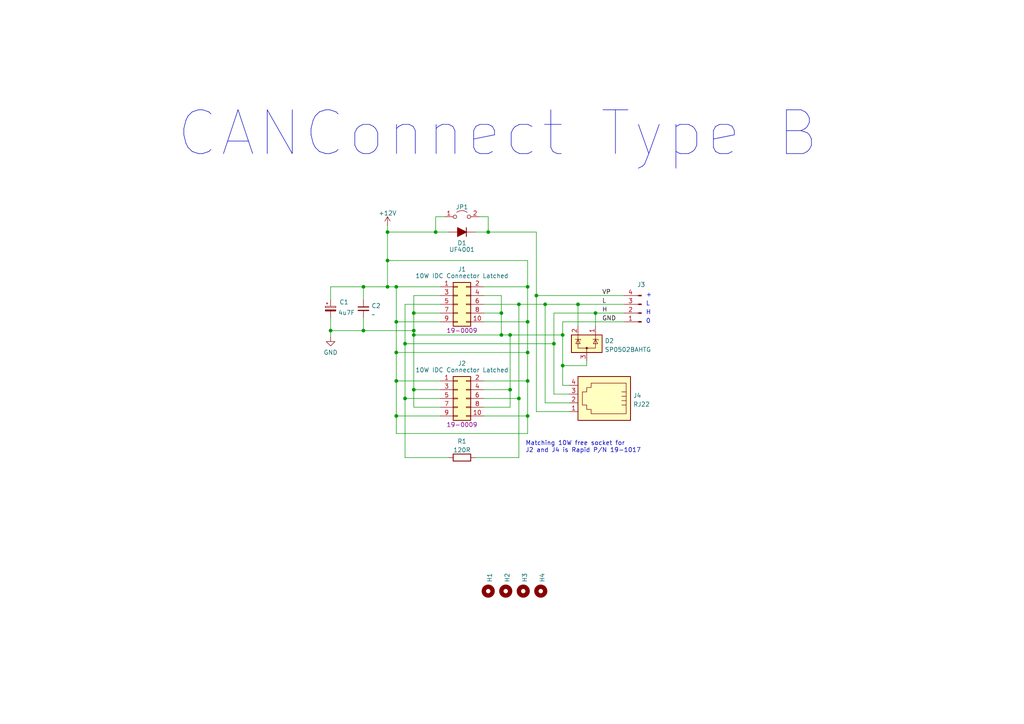
<source format=kicad_sch>
(kicad_sch (version 20211123) (generator eeschema)
  (paper "A4")
  (title_block (date "2022-07-24") (rev "A") (comment 1 "1004"))
  (lib_symbols
    (symbol "Connector:Conn_01x04_Male" (pin_names (offset 1.016) hide)
      (property "Reference" "J" (at 0 5.08 0))
      (property "Value" "Conn_01x04_Male" (at 0 -7.62 0))
      (symbol "Conn_01x04_Male_1_1"
        (polyline (pts (xy 1.27 -5.08) (xy 0.8636 -5.08)) (stroke (width 0.1524)))
        (polyline (pts (xy 1.27 -2.54) (xy 0.8636 -2.54)) (stroke (width 0.1524)))
        (polyline (pts (xy 1.27 0) (xy 0.8636 0)) (stroke (width 0.1524)))
        (polyline (pts (xy 1.27 2.54) (xy 0.8636 2.54)) (stroke (width 0.1524)))
        (rectangle (start 0.8636 -4.953) (end 0 -5.207) (stroke (width 0.1524)) (fill (type outline)))
        (rectangle (start 0.8636 -2.413) (end 0 -2.667) (stroke (width 0.1524)) (fill (type outline)))
        (rectangle (start 0.8636 0.127) (end 0 -0.127) (stroke (width 0.1524)) (fill (type outline)))
        (rectangle (start 0.8636 2.667) (end 0 2.413) (stroke (width 0.1524)) (fill (type outline)))
        (pin passive line (at 5.08 2.54 180) (length 3.81) (name "Pin_1") (number "1"))
        (pin passive line (at 5.08 0 180) (length 3.81) (name "Pin_2") (number "2"))
        (pin passive line (at 5.08 -2.54 180) (length 3.81) (name "Pin_3") (number "3"))
        (pin passive line (at 5.08 -5.08 180) (length 3.81) (name "Pin_4") (number "4"))
      )
    )
    (symbol "Connector:RJ22" (pin_names (offset 1.016))
      (property "Reference" "J" (at -5.08 8.89 0))
      (property "Value" "RJ22" (at 2.54 8.89 0))
      (symbol "RJ22_0_1"
        (polyline (pts (xy -6.35 -0.635) (xy -5.08 -0.635) (xy -5.08 -0.635)))
        (polyline (pts (xy -6.35 0.635) (xy -5.08 0.635) (xy -5.08 0.635)))
        (polyline (pts (xy -6.35 1.905) (xy -5.08 1.905) (xy -5.08 1.905)))
        (polyline (pts (xy -6.35 3.175) (xy -5.08 3.175) (xy -5.08 3.175)))
        (polyline (pts (xy -6.35 -3.175) (xy -6.35 5.715) (xy -1.27 5.715) (xy 3.81 5.715) (xy 3.81 4.445) (xy 5.08 4.445) (xy 5.08 3.175) (xy 6.35 3.175) (xy 6.35 -0.635) (xy 5.08 -0.635) (xy 5.08 -1.905) (xy 3.81 -1.905) (xy 3.81 -3.175) (xy -6.35 -3.175) (xy -6.35 -3.175)))
        (rectangle (start 7.62 7.62) (end -7.62 -5.08) (stroke (width 0.254)) (fill (type background)))
      )
      (symbol "RJ22_1_1"
        (pin passive line (at 10.16 -2.54 180) (length 2.54) (name "~") (number "1"))
        (pin passive line (at 10.16 0 180) (length 2.54) (name "~") (number "2"))
        (pin passive line (at 10.16 2.54 180) (length 2.54) (name "~") (number "3"))
        (pin passive line (at 10.16 5.08 180) (length 2.54) (name "~") (number "4"))
      )
    )
    (symbol "Connector_Generic:Conn_02x05_Odd_Even" (pin_names (offset 1.016) hide)
      (property "Reference" "J" (at 1.27 7.62 0))
      (property "Value" "Conn_02x05_Odd_Even" (at 1.27 -7.62 0))
      (symbol "Conn_02x05_Odd_Even_1_1"
        (rectangle (start -1.27 -4.953) (end 0 -5.207) (stroke (width 0.1524)))
        (rectangle (start -1.27 -2.413) (end 0 -2.667) (stroke (width 0.1524)))
        (rectangle (start -1.27 0.127) (end 0 -0.127) (stroke (width 0.1524)))
        (rectangle (start -1.27 2.667) (end 0 2.413) (stroke (width 0.1524)))
        (rectangle (start -1.27 5.207) (end 0 4.953) (stroke (width 0.1524)))
        (rectangle (start -1.27 6.35) (end 3.81 -6.35) (stroke (width 0.254)) (fill (type background)))
        (rectangle (start 3.81 -4.953) (end 2.54 -5.207) (stroke (width 0.1524)))
        (rectangle (start 3.81 -2.413) (end 2.54 -2.667) (stroke (width 0.1524)))
        (rectangle (start 3.81 0.127) (end 2.54 -0.127) (stroke (width 0.1524)))
        (rectangle (start 3.81 2.667) (end 2.54 2.413) (stroke (width 0.1524)))
        (rectangle (start 3.81 5.207) (end 2.54 4.953) (stroke (width 0.1524)))
        (pin passive line (at -5.08 5.08 0) (length 3.81) (name "Pin_1") (number "1"))
        (pin passive line (at 7.62 -5.08 180) (length 3.81) (name "Pin_10") (number "10"))
        (pin passive line (at 7.62 5.08 180) (length 3.81) (name "Pin_2") (number "2"))
        (pin passive line (at -5.08 2.54 0) (length 3.81) (name "Pin_3") (number "3"))
        (pin passive line (at 7.62 2.54 180) (length 3.81) (name "Pin_4") (number "4"))
        (pin passive line (at -5.08 0 0) (length 3.81) (name "Pin_5") (number "5"))
        (pin passive line (at 7.62 0 180) (length 3.81) (name "Pin_6") (number "6"))
        (pin passive line (at -5.08 -2.54 0) (length 3.81) (name "Pin_7") (number "7"))
        (pin passive line (at 7.62 -2.54 180) (length 3.81) (name "Pin_8") (number "8"))
        (pin passive line (at -5.08 -5.08 0) (length 3.81) (name "Pin_9") (number "9"))
      )
    )
    (symbol "Device:C_Polarized_Small" (pin_numbers hide) (pin_names (offset 0.254) hide)
      (property "Reference" "C" (at 0.254 1.778 0))
      (property "Value" "C_Polarized_Small" (at 0.254 -2.032 0))
      (symbol "C_Polarized_Small_0_1"
        (rectangle (start -1.524 -0.3048) (end 1.524 -0.6858) (fill (type outline)))
        (rectangle (start -1.524 0.6858) (end 1.524 0.3048))
        (polyline (pts (xy -1.27 1.524) (xy -0.762 1.524)))
        (polyline (pts (xy -1.016 1.27) (xy -1.016 1.778)))
      )
      (symbol "C_Polarized_Small_1_1"
        (pin passive line (at 0 2.54 270) (length 1.8542) (name "~") (number "1"))
        (pin passive line (at 0 -2.54 90) (length 1.8542) (name "~") (number "2"))
      )
    )
    (symbol "Device:C_Small" (pin_numbers hide) (pin_names (offset 0.254) hide)
      (property "Reference" "C" (at 0.254 1.778 0))
      (property "Value" "C_Small" (at 0.254 -2.032 0))
      (symbol "C_Small_0_1"
        (polyline (pts (xy -1.524 -0.508) (xy 1.524 -0.508)) (stroke (width 0.3302)))
        (polyline (pts (xy -1.524 0.508) (xy 1.524 0.508)) (stroke (width 0.3048)))
      )
      (symbol "C_Small_1_1"
        (pin passive line (at 0 2.54 270) (length 2.032) (name "~") (number "1"))
        (pin passive line (at 0 -2.54 90) (length 2.032) (name "~") (number "2"))
      )
    )
    (symbol "Device:D_Filled" (pin_numbers hide) (pin_names (offset 1.016) hide)
      (property "Reference" "D" (at 0 2.54 0))
      (property "Value" "D_Filled" (at 0 -2.54 0))
      (symbol "D_Filled_0_1"
        (polyline (pts (xy -1.27 1.27) (xy -1.27 -1.27)) (stroke (width 0.254)))
        (polyline (pts (xy 1.27 0) (xy -1.27 0)))
        (polyline (pts (xy 1.27 1.27) (xy 1.27 -1.27) (xy -1.27 0) (xy 1.27 1.27)) (stroke (width 0.254)) (fill (type outline)))
      )
      (symbol "D_Filled_1_1"
        (pin passive line (at -3.81 0 0) (length 2.54) (name "K") (number "1"))
        (pin passive line (at 3.81 0 180) (length 2.54) (name "A") (number "2"))
      )
    )
    (symbol "Device:R" (pin_numbers hide) (pin_names (offset 0))
      (property "Reference" "R" (at 2.032 0 90))
      (property "Value" "R" (at 0 0 90))
      (symbol "R_0_1"
        (rectangle (start -1.016 -2.54) (end 1.016 2.54) (stroke (width 0.254)))
      )
      (symbol "R_1_1"
        (pin passive line (at 0 3.81 270) (length 1.27) (name "~") (number "1"))
        (pin passive line (at 0 -3.81 90) (length 1.27) (name "~") (number "2"))
      )
    )
    (symbol "Jumper:Jumper_2_Open" (pin_names (offset 0) hide)
      (property "Reference" "JP" (at 0 2.794 0))
      (property "Value" "Jumper_2_Open" (at 0 -2.286 0))
      (symbol "Jumper_2_Open_0_0"
        (circle (center -2.032 0) (radius 0.508))
        (circle (center 2.032 0) (radius 0.508))
      )
      (symbol "Jumper_2_Open_0_1"
        (arc (start 1.524 1.27) (mid 0 1.778) (end -1.524 1.27))
      )
      (symbol "Jumper_2_Open_1_1"
        (pin passive line (at -5.08 0 0) (length 2.54) (name "A") (number "1"))
        (pin passive line (at 5.08 0 180) (length 2.54) (name "B") (number "2"))
      )
    )
    (symbol "Mechanical:MountingHole" (pin_names (offset 1.016))
      (property "Reference" "H" (at 0 5.08 0))
      (property "Value" "MountingHole" (at 0 3.175 0))
      (symbol "MountingHole_0_1"
        (circle (center 0 0) (radius 1.27) (stroke (width 1.27)))
      )
    )
    (symbol "Power_Protection:SP0502BAHT" (pin_names hide)
      (property "Reference" "D" (at 5.715 2.54 0))
      (property "Value" "SP0502BAHT" (at 5.715 0.635 0))
      (symbol "SP0502BAHT_0_0"
        (pin passive line (at 0 -5.08 90) (length 2.54) (name "A") (number "3"))
      )
      (symbol "SP0502BAHT_0_1"
        (rectangle (start -4.445 2.54) (end 4.445 -2.54) (stroke (width 0.254)) (fill (type background)))
        (circle (center 0 -1.27) (radius 0.254) (fill (type outline)))
        (polyline (pts (xy -2.54 2.54) (xy -2.54 1.27)))
        (polyline (pts (xy 0 -1.27) (xy 0 -2.54)))
        (polyline (pts (xy 2.54 2.54) (xy 2.54 1.27)))
        (polyline (pts (xy -3.302 1.016) (xy -3.302 1.27) (xy -1.905 1.27) (xy -1.778 1.27)))
        (polyline (pts (xy -2.54 1.27) (xy -2.54 -1.27) (xy 2.54 -1.27) (xy 2.54 1.27)))
        (polyline (pts (xy -2.54 1.27) (xy -1.905 0) (xy -3.175 0) (xy -2.54 1.27)))
        (polyline (pts (xy 1.778 1.016) (xy 1.778 1.27) (xy 3.175 1.27) (xy 3.302 1.27)))
        (polyline (pts (xy 2.54 1.27) (xy 1.905 0) (xy 3.175 0) (xy 2.54 1.27)))
      )
      (symbol "SP0502BAHT_1_1"
        (pin passive line (at -2.54 5.08 270) (length 2.54) (name "K") (number "1"))
        (pin passive line (at 2.54 5.08 270) (length 2.54) (name "K") (number "2"))
      )
    )
    (symbol "power:+12V" (power) (pin_names (offset 0))
      (property "Value" "+12V" (at 0 3.556 0))
      (symbol "+12V_0_1"
        (polyline (pts (xy -0.762 1.27) (xy 0 2.54)))
        (polyline (pts (xy 0 0) (xy 0 2.54)))
        (polyline (pts (xy 0 2.54) (xy 0.762 1.27)))
      )
      (symbol "+12V_1_1"
        (pin power_in line (at 0 0 90) (length 0) hide (name "+12V") (number "1"))
      )
    )
    (symbol "power:GND" (power) (pin_names (offset 0))
      (property "Value" "GND" (at 0 -3.81 0))
      (symbol "GND_0_1"
        (polyline (pts (xy 0 0) (xy 0 -1.27) (xy 1.27 -1.27) (xy 0 -2.54) (xy -1.27 -1.27) (xy 0 -1.27)))
      )
      (symbol "GND_1_1"
        (pin power_in line (at 0 0 270) (length 0) hide (name "GND") (number "1"))
      )
    )
  )
  (junction (at 163.195 97.155))
  (junction (at 145.415 97.155))
  (junction (at 153.035 83.185))
  (junction (at 114.935 83.185))
  (junction (at 145.415 90.805))
  (junction (at 95.885 95.885))
  (junction (at 150.495 115.57))
  (junction (at 120.015 90.805))
  (junction (at 147.955 97.155))
  (junction (at 112.395 67.31))
  (junction (at 141.605 67.31))
  (junction (at 114.935 110.49))
  (junction (at 153.035 110.49))
  (junction (at 153.035 93.345))
  (junction (at 150.495 88.265))
  (junction (at 114.935 93.345))
  (junction (at 114.935 120.65))
  (junction (at 147.955 113.03))
  (junction (at 117.475 99.695))
  (junction (at 105.41 83.185))
  (junction (at 120.015 95.885))
  (junction (at 167.64 88.265))
  (junction (at 114.935 102.235))
  (junction (at 117.475 115.57))
  (junction (at 153.035 120.65))
  (junction (at 155.575 85.725))
  (junction (at 158.115 88.265))
  (junction (at 126.365 67.31))
  (junction (at 105.41 95.885))
  (junction (at 160.655 99.695))
  (junction (at 120.015 113.03))
  (junction (at 153.035 102.235))
  (junction (at 112.395 75.565))
  (junction (at 172.72 90.805))
  (junction (at 120.015 97.155))
  (junction (at 163.195 106.045))
  (junction (at 112.395 83.185))
  (wire (pts (xy 120.015 118.11) (xy 127.635 118.11)))
  (wire (pts (xy 163.195 111.76) (xy 163.195 106.045)))
  (wire (pts (xy 140.335 115.57) (xy 150.495 115.57)))
  (wire (pts (xy 153.035 120.65) (xy 153.035 125.73)))
  (wire (pts (xy 172.72 90.805) (xy 172.72 94.615)))
  (wire (pts (xy 117.475 115.57) (xy 117.475 132.715)))
  (wire (pts (xy 140.335 120.65) (xy 153.035 120.65)))
  (wire (pts (xy 165.1 116.84) (xy 158.115 116.84)))
  (wire (pts (xy 141.605 67.31) (xy 155.575 67.31)))
  (wire (pts (xy 126.365 62.865) (xy 126.365 67.31)))
  (wire (pts (xy 112.395 65.405) (xy 112.395 67.31)))
  (wire (pts (xy 167.64 88.265) (xy 167.64 94.615)))
  (wire (pts (xy 117.475 99.695) (xy 117.475 115.57)))
  (wire (pts (xy 140.335 113.03) (xy 147.955 113.03)))
  (wire (pts (xy 172.72 90.805) (xy 180.975 90.805)))
  (wire (pts (xy 140.335 93.345) (xy 153.035 93.345)))
  (wire (pts (xy 147.955 97.155) (xy 147.955 113.03)))
  (wire (pts (xy 114.935 83.185) (xy 114.935 93.345)))
  (wire (pts (xy 145.415 90.805) (xy 145.415 97.155)))
  (wire (pts (xy 150.495 88.265) (xy 150.495 115.57)))
  (wire (pts (xy 150.495 88.265) (xy 158.115 88.265)))
  (wire (pts (xy 105.41 92.075) (xy 105.41 95.885)))
  (wire (pts (xy 128.905 62.865) (xy 126.365 62.865)))
  (wire (pts (xy 120.015 113.03) (xy 127.635 113.03)))
  (wire (pts (xy 95.885 83.185) (xy 95.885 86.995)))
  (wire (pts (xy 155.575 119.38) (xy 155.575 85.725)))
  (wire (pts (xy 117.475 88.265) (xy 127.635 88.265)))
  (wire (pts (xy 114.935 93.345) (xy 127.635 93.345)))
  (wire (pts (xy 163.195 111.76) (xy 165.1 111.76)))
  (wire (pts (xy 153.035 93.345) (xy 153.035 83.185)))
  (wire (pts (xy 140.335 83.185) (xy 153.035 83.185)))
  (wire (pts (xy 160.655 90.805) (xy 172.72 90.805)))
  (wire (pts (xy 165.1 114.3) (xy 160.655 114.3)))
  (wire (pts (xy 117.475 132.715) (xy 130.175 132.715)))
  (wire (pts (xy 114.935 110.49) (xy 127.635 110.49)))
  (wire (pts (xy 170.18 104.775) (xy 170.18 106.045)))
  (wire (pts (xy 141.605 62.865) (xy 141.605 67.31)))
  (wire (pts (xy 112.395 67.31) (xy 126.365 67.31)))
  (wire (pts (xy 105.41 95.885) (xy 120.015 95.885)))
  (wire (pts (xy 158.115 116.84) (xy 158.115 88.265)))
  (wire (pts (xy 140.335 88.265) (xy 150.495 88.265)))
  (wire (pts (xy 140.335 90.805) (xy 145.415 90.805)))
  (wire (pts (xy 112.395 83.185) (xy 114.935 83.185)))
  (wire (pts (xy 180.975 93.345) (xy 163.195 93.345)))
  (wire (pts (xy 140.335 110.49) (xy 153.035 110.49)))
  (wire (pts (xy 95.885 95.885) (xy 105.41 95.885)))
  (wire (pts (xy 120.015 95.885) (xy 120.015 97.155)))
  (wire (pts (xy 120.015 90.805) (xy 127.635 90.805)))
  (wire (pts (xy 153.035 102.235) (xy 153.035 110.49)))
  (wire (pts (xy 163.195 106.045) (xy 170.18 106.045)))
  (wire (pts (xy 160.655 99.695) (xy 160.655 90.805)))
  (wire (pts (xy 150.495 115.57) (xy 150.495 132.715)))
  (wire (pts (xy 117.475 88.265) (xy 117.475 99.695)))
  (wire (pts (xy 153.035 83.185) (xy 153.035 75.565)))
  (wire (pts (xy 165.1 119.38) (xy 155.575 119.38)))
  (wire (pts (xy 114.935 120.65) (xy 114.935 125.73)))
  (wire (pts (xy 155.575 85.725) (xy 180.975 85.725)))
  (wire (pts (xy 145.415 97.155) (xy 147.955 97.155)))
  (wire (pts (xy 163.195 93.345) (xy 163.195 97.155)))
  (wire (pts (xy 114.935 110.49) (xy 114.935 120.65)))
  (wire (pts (xy 112.395 75.565) (xy 112.395 83.185)))
  (wire (pts (xy 127.635 115.57) (xy 117.475 115.57)))
  (wire (pts (xy 147.955 97.155) (xy 163.195 97.155)))
  (wire (pts (xy 163.195 97.155) (xy 163.195 106.045)))
  (wire (pts (xy 105.41 83.185) (xy 112.395 83.185)))
  (wire (pts (xy 120.015 90.805) (xy 120.015 95.885)))
  (wire (pts (xy 114.935 93.345) (xy 114.935 102.235)))
  (wire (pts (xy 117.475 99.695) (xy 160.655 99.695)))
  (wire (pts (xy 120.015 97.155) (xy 120.015 113.03)))
  (wire (pts (xy 95.885 83.185) (xy 105.41 83.185)))
  (wire (pts (xy 153.035 110.49) (xy 153.035 120.65)))
  (wire (pts (xy 155.575 85.725) (xy 155.575 67.31)))
  (wire (pts (xy 112.395 67.31) (xy 112.395 75.565)))
  (wire (pts (xy 126.365 67.31) (xy 130.175 67.31)))
  (wire (pts (xy 114.935 125.73) (xy 153.035 125.73)))
  (wire (pts (xy 120.015 97.155) (xy 145.415 97.155)))
  (wire (pts (xy 137.795 132.715) (xy 150.495 132.715)))
  (wire (pts (xy 145.415 85.725) (xy 145.415 90.805)))
  (wire (pts (xy 120.015 113.03) (xy 120.015 118.11)))
  (wire (pts (xy 160.655 114.3) (xy 160.655 99.695)))
  (wire (pts (xy 114.935 102.235) (xy 114.935 110.49)))
  (wire (pts (xy 95.885 95.885) (xy 95.885 97.79)))
  (wire (pts (xy 127.635 85.725) (xy 120.015 85.725)))
  (wire (pts (xy 127.635 120.65) (xy 114.935 120.65)))
  (wire (pts (xy 114.935 102.235) (xy 153.035 102.235)))
  (wire (pts (xy 140.335 118.11) (xy 147.955 118.11)))
  (wire (pts (xy 167.64 88.265) (xy 180.975 88.265)))
  (wire (pts (xy 153.035 102.235) (xy 153.035 93.345)))
  (wire (pts (xy 140.335 85.725) (xy 145.415 85.725)))
  (wire (pts (xy 139.065 62.865) (xy 141.605 62.865)))
  (wire (pts (xy 147.955 113.03) (xy 147.955 118.11)))
  (wire (pts (xy 105.41 83.185) (xy 105.41 86.995)))
  (wire (pts (xy 95.885 92.075) (xy 95.885 95.885)))
  (wire (pts (xy 120.015 85.725) (xy 120.015 90.805)))
  (wire (pts (xy 137.795 67.31) (xy 141.605 67.31)))
  (wire (pts (xy 114.935 83.185) (xy 127.635 83.185)))
  (wire (pts (xy 158.115 88.265) (xy 167.64 88.265)))
  (wire (pts (xy 112.395 75.565) (xy 153.035 75.565)))
  (text "CANConnect Type B" (at 50.8 46.355 0) (effects (font (size 12.7 12.7)) (justify left bottom)))
  (text "+" (at 187.325 86.36 0) (effects (font (size 1.27 1.27)) (justify left bottom)))
  (text "H" (at 187.325 91.44 0) (effects (font (size 1.27 1.27)) (justify left bottom)))
  (text "L" (at 187.325 88.9 0) (effects (font (size 1.27 1.27)) (justify left bottom)))
  (text "0" (at 187.325 93.98 0) (effects (font (size 1.27 1.27)) (justify left bottom)))
  (text "Matching 10W free socket for\nJ2 and J4 is Rapid P/N 19-1017" (at 152.4 131.445 0) (effects (font (size 1.27 1.27)) (justify left bottom)))
  (label "H" (at 174.625 90.805 0))
  (label "GND" (at 174.625 93.345 0))
  (label "L" (at 174.625 88.265 0))
  (label "VP" (at 174.625 85.725 0))
  (symbol (lib_id "Mechanical:MountingHole") (at 156.845 171.45 90) (unit 1)
    (property "Reference" "H4" (at 157.2788 168.91 0) (effects (justify left)))
    (property "Footprint" "MountingHole:MountingHole_3.2mm_M3_DIN965_Pad_TopBottom" (effects hide))
  )
  (symbol (lib_id "Power_Protection:SP0502BAHT") (at 170.18 99.695 0) (mirror y) (unit 1)
    (property "Reference" "D2" (at 175.387 98.8603 0) (effects (justify right)))
    (property "Value" "SP0502BAHTG" (at 175.387 101.3972 0) (effects (justify right)))
    (property "Footprint" "Package_TO_SOT_SMD:SOT-23" (effects hide))
    (property "Datasheet" "http://www.littelfuse.com/~/media/files/littelfuse/technical%20resources/documents/data%20sheets/sp05xxba.pdf" (effects hide))
  )
  (symbol (lib_id "Connector_Generic:Conn_02x05_Odd_Even") (at 132.715 88.265 0) (unit 1)
    (property "Reference" "J1" (at 133.985 78.105 0))
    (property "Value" "10W IDC Connector Latched" (at 133.985 80.01 0))
    (property "Footprint" "Connector_IDC:IDC-Header_2x05_P2.54mm_Latch_Vertical" (effects hide))
    (property "Part No." "19-0009" (at 133.985 95.885 0))
  )
  (symbol (lib_id "Device:C_Small") (at 105.41 89.535 0) (unit 1)
    (property "Reference" "C2" (at 107.7341 88.7066 0) (effects (justify left)))
    (property "Value" "~" (at 107.7341 91.2435 0) (effects (justify left)))
    (property "Footprint" "Capacitor_THT:C_Disc_D4.7mm_W2.5mm_P5.00mm" (effects hide))
  )
  (symbol (lib_id "Device:D_Filled") (at 133.985 67.31 180) (unit 1)
    (property "Reference" "D1" (at 133.985 70.485 0))
    (property "Value" "UF4001" (at 133.985 72.39 0))
    (property "Footprint" "Diode_THT:D_DO-41_SOD81_P10.16mm_Horizontal" (effects hide))
  )
  (symbol (lib_id "Mechanical:MountingHole") (at 146.685 171.45 90) (unit 1)
    (property "Reference" "H2" (at 147.1188 168.91 0) (effects (justify left)))
    (property "Footprint" "MountingHole:MountingHole_3.2mm_M3_DIN965_Pad_TopBottom" (effects hide))
  )
  (symbol (lib_id "Connector:RJ22") (at 175.26 116.84 0) (mirror y) (unit 1)
    (property "Reference" "J4" (at 183.642 114.7353 0) (effects (justify right)))
    (property "Value" "RJ22" (at 183.642 117.2722 0) (effects (justify right)))
    (property "Footprint" "mylib:RJ22" (effects hide))
  )
  (symbol (lib_id "power:GND") (at 95.885 97.79 0) (unit 1)
    (property "Reference" "#PWR0101" (effects hide))
    (property "Value" "GND" (at 95.885 102.2334 0))
  )
  (symbol (lib_id "Connector_Generic:Conn_02x05_Odd_Even") (at 132.715 115.57 0) (unit 1)
    (property "Reference" "J2" (at 133.985 105.41 0))
    (property "Value" "10W IDC Connector Latched" (at 133.985 107.315 0))
    (property "Footprint" "Connector_IDC:IDC-Header_2x05_P2.54mm_Latch_Vertical" (effects hide))
    (property "Part No." "19-0009" (at 133.985 123.19 0))
  )
  (symbol (lib_id "Device:R") (at 133.985 132.715 90) (unit 1)
    (property "Reference" "R1" (at 133.985 127.9992 90))
    (property "Value" "120R" (at 133.985 130.5361 90))
    (property "Footprint" "Resistor_THT:R_Axial_DIN0207_L6.3mm_D2.5mm_P10.16mm_Horizontal" (effects hide))
  )
  (symbol (lib_id "Mechanical:MountingHole") (at 151.765 171.45 90) (unit 1)
    (property "Reference" "H3" (at 152.1988 168.91 0) (effects (justify left)))
    (property "Footprint" "MountingHole:MountingHole_3.2mm_M3_DIN965_Pad_TopBottom" (effects hide))
  )
  (symbol (lib_id "Jumper:Jumper_2_Open") (at 133.985 62.865 0) (unit 1)
    (property "Reference" "JP1" (at 133.985 60.0512 0))
    (property "Footprint" "Connector_PinHeader_2.54mm:PinHeader_1x02_P2.54mm_Vertical" (effects hide))
  )
  (symbol (lib_id "Connector:Conn_01x04_Male") (at 186.055 90.805 180) (unit 1)
    (property "Reference" "J3" (at 184.785 82.55 0) (effects (justify right)))
    (property "Footprint" "mylib:Camdenboss_3pt5mm_pitch_PCB_horizontal_4Way" (effects hide))
  )
  (symbol (lib_id "Device:C_Polarized_Small") (at 95.885 89.535 0) (unit 1)
    (property "Reference" "C1" (at 98.425 87.63 0) (effects (justify left)))
    (property "Value" "4u7F" (at 98.044 90.6911 0) (effects (justify left)))
    (property "Footprint" "Capacitor_THT:CP_Radial_Tantal_D4.5mm_P2.50mm" (effects hide))
  )
  (symbol (lib_id "power:+12V") (at 112.395 65.405 0) (unit 1)
    (property "Reference" "#PWR0102" (effects hide))
    (property "Value" "+12V" (at 112.395 61.8292 0))
  )
  (symbol (lib_id "Mechanical:MountingHole") (at 141.605 171.45 90) (unit 1)
    (property "Reference" "H1" (at 142.0388 168.91 0) (effects (justify left)))
    (property "Footprint" "MountingHole:MountingHole_3.2mm_M3_DIN965_Pad_TopBottom" (effects hide))
  )
)
</source>
